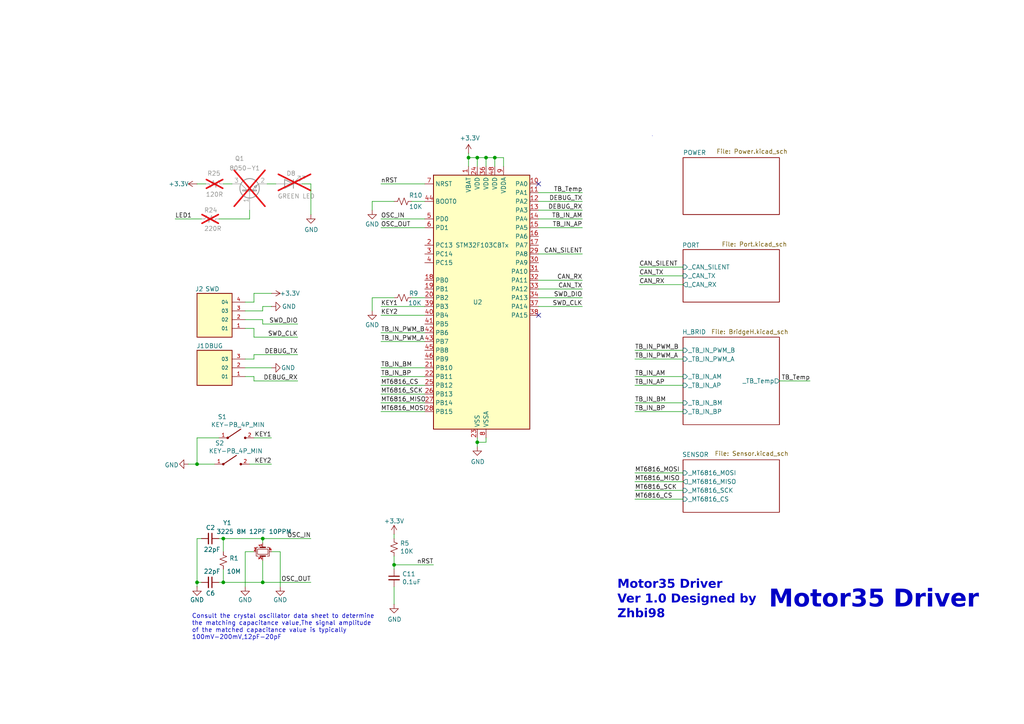
<source format=kicad_sch>
(kicad_sch (version 20231120) (generator "eeschema") (generator_version "8.0")
  (paper "A4")
  (lib_symbols
    (symbol "3rd_Connector_Generic:CONN_1x3P" (pin_names (offset 1.016))
      (property "Reference" "J" (at -8.12 6.196 0))
      (property "Value" "CONN_1x3P" (at -4.445 6.35 0))
      (symbol "CONN_1x3P_0_0"
        (rectangle (start -5.08 5.08) (end 5.08 -5.08) (stroke (width 0.254)) (fill (type background)))
        (pin passive line (at -8.89 2.54 0) (length 3.81) (name "01") (number "1"))
        (pin passive line (at -8.89 0 0) (length 3.81) (name "02") (number "2"))
        (pin passive line (at -8.89 -2.54 0) (length 3.81) (name "03") (number "3"))
      )
    )
    (symbol "3rd_Connector_Generic:CONN_1x4P" (pin_names (offset 1.016))
      (property "Reference" "J" (at 0 6.35 0))
      (property "Value" "CONN_1x4P" (at -5.08 -10.16 0))
      (symbol "CONN_1x4P_0_0"
        (rectangle (start -5.08 5.08) (end 5.08 -7.62) (stroke (width 0.254)) (fill (type background)))
        (pin passive line (at -8.89 2.54 0) (length 3.81) (name "01") (number "1"))
        (pin passive line (at -8.89 0 0) (length 3.81) (name "02") (number "2"))
        (pin passive line (at -8.89 -2.54 0) (length 3.81) (name "03") (number "3"))
        (pin passive line (at -8.89 -5.08 0) (length 3.81) (name "04") (number "4"))
      )
    )
    (symbol "3rd_Switch:KEY-PB_2P" (pin_names (offset 1.016))
      (property "Reference" "S" (at -1.27 2.54 0))
      (property "Value" "KEY-PB_2P" (at -3.8111 -3.8111 0))
      (symbol "KEY-PB_2P_0_0"
        (circle (center -2.54 0) (radius 0.2839) (fill (type outline)))
        (polyline (pts (xy -2.54 0) (xy 1.27 2.54)) (stroke (width 0.254)))
        (circle (center 2.54 0) (radius 0.2839) (fill (type outline)))
        (pin passive line (at -5.08 0 0) (length 2.54) (name "~") (number "1"))
        (pin passive line (at 5.08 0 180) (length 2.54) (name "~") (number "2"))
      )
    )
    (symbol "Device:C_Small" (pin_numbers hide) (pin_names (offset 0.254) hide)
      (property "Reference" "C" (at 0.254 1.778 0))
      (property "Value" "C_Small" (at 0.254 -2.032 0))
      (symbol "C_Small_0_1"
        (polyline (pts (xy -1.524 -0.508) (xy 1.524 -0.508)) (stroke (width 0.3302)))
        (polyline (pts (xy -1.524 0.508) (xy 1.524 0.508)) (stroke (width 0.3048)))
      )
      (symbol "C_Small_1_1"
        (pin passive line (at 0 2.54 270) (length 2.032) (name "~") (number "1"))
        (pin passive line (at 0 -2.54 90) (length 2.032) (name "~") (number "2"))
      )
    )
    (symbol "Device:Crystal_GND24_Small" (pin_names (offset 1.016) hide)
      (property "Reference" "Y" (at 1.27 4.445 0))
      (property "Value" "Crystal_GND24_Small" (at 1.27 2.54 0))
      (symbol "Crystal_GND24_Small_0_1"
        (rectangle (start -0.762 -1.524) (end 0.762 1.524))
        (polyline (pts (xy -1.27 -0.762) (xy -1.27 0.762)) (stroke (width 0.381)))
        (polyline (pts (xy 1.27 -0.762) (xy 1.27 0.762)) (stroke (width 0.381)))
        (polyline (pts (xy -1.27 -1.27) (xy -1.27 -1.905) (xy 1.27 -1.905) (xy 1.27 -1.27)))
        (polyline (pts (xy -1.27 1.27) (xy -1.27 1.905) (xy 1.27 1.905) (xy 1.27 1.27)))
      )
      (symbol "Crystal_GND24_Small_1_1"
        (pin passive line (at -2.54 0 0) (length 1.27) (name "1") (number "1"))
        (pin passive line (at 0 -2.54 90) (length 0.635) (name "2") (number "2"))
        (pin passive line (at 2.54 0 180) (length 1.27) (name "3") (number "3"))
        (pin passive line (at 0 2.54 270) (length 0.635) (name "4") (number "4"))
      )
    )
    (symbol "Device:LED" (pin_numbers hide) (pin_names (offset 1.016) hide)
      (property "Reference" "D" (at 0 2.54 0))
      (property "Value" "LED" (at 0 -2.54 0))
      (symbol "LED_0_1"
        (polyline (pts (xy -1.27 -1.27) (xy -1.27 1.27)) (stroke (width 0.254)))
        (polyline (pts (xy -1.27 0) (xy 1.27 0)))
        (polyline (pts (xy 1.27 -1.27) (xy 1.27 1.27) (xy -1.27 0) (xy 1.27 -1.27)) (stroke (width 0.254)))
        (polyline (pts (xy -3.048 -0.762) (xy -4.572 -2.286) (xy -3.81 -2.286) (xy -4.572 -2.286) (xy -4.572 -1.524)))
        (polyline (pts (xy -1.778 -0.762) (xy -3.302 -2.286) (xy -2.54 -2.286) (xy -3.302 -2.286) (xy -3.302 -1.524)))
      )
      (symbol "LED_1_1"
        (pin passive line (at -3.81 0 0) (length 2.54) (name "K") (number "1"))
        (pin passive line (at 3.81 0 180) (length 2.54) (name "A") (number "2"))
      )
    )
    (symbol "Device:Q_NPN_BEC" (pin_names (offset 0) hide)
      (property "Reference" "Q" (at 5.08 1.27 0))
      (property "Value" "Q_NPN_BEC" (at 5.08 -1.27 0))
      (symbol "Q_NPN_BEC_0_1"
        (polyline (pts (xy 0.635 0.635) (xy 2.54 2.54)))
        (polyline (pts (xy 0.635 -0.635) (xy 2.54 -2.54) (xy 2.54 -2.54)))
        (polyline (pts (xy 0.635 1.905) (xy 0.635 -1.905) (xy 0.635 -1.905)) (stroke (width 0.508)))
        (polyline (pts (xy 1.27 -1.778) (xy 1.778 -1.27) (xy 2.286 -2.286) (xy 1.27 -1.778) (xy 1.27 -1.778)) (fill (type outline)))
        (circle (center 1.27 0) (radius 2.8194) (stroke (width 0.254)))
      )
      (symbol "Q_NPN_BEC_1_1"
        (pin input line (at -5.08 0 0) (length 5.715) (name "B") (number "1"))
        (pin passive line (at 2.54 -5.08 90) (length 2.54) (name "E") (number "2"))
        (pin passive line (at 2.54 5.08 270) (length 2.54) (name "C") (number "3"))
      )
    )
    (symbol "Device:R_Small_US" (pin_numbers hide) (pin_names (offset 0.254) hide)
      (property "Reference" "R" (at 0.762 0.508 0))
      (property "Value" "R_Small_US" (at 0.762 -1.016 0))
      (symbol "R_Small_US_1_1"
        (polyline (pts (xy 0 0) (xy 1.016 -0.381) (xy 0 -0.762) (xy -1.016 -1.143) (xy 0 -1.524)))
        (polyline (pts (xy 0 1.524) (xy 1.016 1.143) (xy 0 0.762) (xy -1.016 0.381) (xy 0 0)))
        (pin passive line (at 0 2.54 270) (length 1.016) (name "~") (number "1"))
        (pin passive line (at 0 -2.54 90) (length 1.016) (name "~") (number "2"))
      )
    )
    (symbol "MCU_ST_STM32F1:STM32F103CBTx"
      (property "Reference" "U" (at -12.7 39.37 0))
      (property "Value" "STM32F103CBTx" (at 10.16 39.37 0))
      (symbol "STM32F103CBTx_0_1"
        (rectangle (start -12.7 -35.56) (end 15.24 38.1) (stroke (width 0.254)) (fill (type background)))
      )
      (symbol "STM32F103CBTx_1_1"
        (pin power_in line (at -2.54 40.64 270) (length 2.54) (name "VBAT") (number "1"))
        (pin bidirectional line (at 17.78 35.56 180) (length 2.54) (name "PA0") (number "10"))
        (pin bidirectional line (at 17.78 33.02 180) (length 2.54) (name "PA1") (number "11"))
        (pin bidirectional line (at 17.78 30.48 180) (length 2.54) (name "PA2") (number "12"))
        (pin bidirectional line (at 17.78 27.94 180) (length 2.54) (name "PA3") (number "13"))
        (pin bidirectional line (at 17.78 25.4 180) (length 2.54) (name "PA4") (number "14"))
        (pin bidirectional line (at 17.78 22.86 180) (length 2.54) (name "PA5") (number "15"))
        (pin bidirectional line (at 17.78 20.32 180) (length 2.54) (name "PA6") (number "16"))
        (pin bidirectional line (at 17.78 17.78 180) (length 2.54) (name "PA7") (number "17"))
        (pin bidirectional line (at -15.24 7.62 0) (length 2.54) (name "PB0") (number "18"))
        (pin bidirectional line (at -15.24 5.08 0) (length 2.54) (name "PB1") (number "19"))
        (pin bidirectional line (at -15.24 17.78 0) (length 2.54) (name "PC13") (number "2"))
        (pin bidirectional line (at -15.24 2.54 0) (length 2.54) (name "PB2") (number "20"))
        (pin bidirectional line (at -15.24 -17.78 0) (length 2.54) (name "PB10") (number "21"))
        (pin bidirectional line (at -15.24 -20.32 0) (length 2.54) (name "PB11") (number "22"))
        (pin power_in line (at 0 -38.1 90) (length 2.54) (name "VSS") (number "23"))
        (pin power_in line (at 0 40.64 270) (length 2.54) (name "VDD") (number "24"))
        (pin bidirectional line (at -15.24 -22.86 0) (length 2.54) (name "PB12") (number "25"))
        (pin bidirectional line (at -15.24 -25.4 0) (length 2.54) (name "PB13") (number "26"))
        (pin bidirectional line (at -15.24 -27.94 0) (length 2.54) (name "PB14") (number "27"))
        (pin bidirectional line (at -15.24 -30.48 0) (length 2.54) (name "PB15") (number "28"))
        (pin bidirectional line (at 17.78 15.24 180) (length 2.54) (name "PA8") (number "29"))
        (pin bidirectional line (at -15.24 15.24 0) (length 2.54) (name "PC14") (number "3"))
        (pin bidirectional line (at 17.78 12.7 180) (length 2.54) (name "PA9") (number "30"))
        (pin bidirectional line (at 17.78 10.16 180) (length 2.54) (name "PA10") (number "31"))
        (pin bidirectional line (at 17.78 7.62 180) (length 2.54) (name "PA11") (number "32"))
        (pin bidirectional line (at 17.78 5.08 180) (length 2.54) (name "PA12") (number "33"))
        (pin bidirectional line (at 17.78 2.54 180) (length 2.54) (name "PA13") (number "34"))
        (pin passive line (at 0 -38.1 90) (length 2.54) hide (name "VSS") (number "35"))
        (pin power_in line (at 2.54 40.64 270) (length 2.54) (name "VDD") (number "36"))
        (pin bidirectional line (at 17.78 0 180) (length 2.54) (name "PA14") (number "37"))
        (pin bidirectional line (at 17.78 -2.54 180) (length 2.54) (name "PA15") (number "38"))
        (pin bidirectional line (at -15.24 0 0) (length 2.54) (name "PB3") (number "39"))
        (pin bidirectional line (at -15.24 12.7 0) (length 2.54) (name "PC15") (number "4"))
        (pin bidirectional line (at -15.24 -2.54 0) (length 2.54) (name "PB4") (number "40"))
        (pin bidirectional line (at -15.24 -5.08 0) (length 2.54) (name "PB5") (number "41"))
        (pin bidirectional line (at -15.24 -7.62 0) (length 2.54) (name "PB6") (number "42"))
        (pin bidirectional line (at -15.24 -10.16 0) (length 2.54) (name "PB7") (number "43"))
        (pin input line (at -15.24 30.48 0) (length 2.54) (name "BOOT0") (number "44"))
        (pin bidirectional line (at -15.24 -12.7 0) (length 2.54) (name "PB8") (number "45"))
        (pin bidirectional line (at -15.24 -15.24 0) (length 2.54) (name "PB9") (number "46"))
        (pin passive line (at 0 -38.1 90) (length 2.54) hide (name "VSS") (number "47"))
        (pin power_in line (at 5.08 40.64 270) (length 2.54) (name "VDD") (number "48"))
        (pin bidirectional line (at -15.24 25.4 0) (length 2.54) (name "PD0") (number "5"))
        (pin bidirectional line (at -15.24 22.86 0) (length 2.54) (name "PD1") (number "6"))
        (pin input line (at -15.24 35.56 0) (length 2.54) (name "NRST") (number "7"))
        (pin power_in line (at 2.54 -38.1 90) (length 2.54) (name "VSSA") (number "8"))
        (pin power_in line (at 7.62 40.64 270) (length 2.54) (name "VDDA") (number "9"))
      )
    )
    (symbol "power:+3.3V" (power) (pin_numbers hide) (pin_names (offset 0) hide)
      (property "Value" "+3.3V" (at 0 3.556 0))
      (symbol "+3.3V_0_1"
        (polyline (pts (xy -0.762 1.27) (xy 0 2.54)))
        (polyline (pts (xy 0 0) (xy 0 2.54)))
        (polyline (pts (xy 0 2.54) (xy 0.762 1.27)))
      )
      (symbol "+3.3V_1_1"
        (pin power_in line (at 0 0 90) (length 0) (name "~") (number "1"))
      )
    )
    (symbol "power:GND" (power) (pin_numbers hide) (pin_names (offset 0) hide)
      (property "Value" "GND" (at 0 -3.81 0))
      (symbol "GND_0_1"
        (polyline (pts (xy 0 0) (xy 0 -1.27) (xy 1.27 -1.27) (xy 0 -2.54) (xy -1.27 -1.27) (xy 0 -1.27)))
      )
      (symbol "GND_1_1"
        (pin power_in line (at 0 0 270) (length 0) (name "~") (number "1"))
      )
    )
  )
  (junction (at 76.2 156.21))
  (junction (at 64.77 168.91))
  (junction (at 114.3 163.83))
  (junction (at 135.89 45.72))
  (junction (at 140.97 45.72))
  (junction (at 76.2 168.91))
  (junction (at 57.15 134.62))
  (junction (at 138.43 128.27))
  (junction (at 64.77 156.21))
  (junction (at 57.15 168.91))
  (junction (at 138.43 45.72))
  (junction (at 143.51 45.72))
  (no_connect (at 156.21 91.44))
  (no_connect (at 156.21 53.34))
  (wire (pts (xy 156.21 86.36) (xy 168.91 86.36)))
  (wire (pts (xy 143.51 45.72) (xy 146.05 45.72)))
  (wire (pts (xy 59.69 53.34) (xy 57.15 53.34)))
  (wire (pts (xy 62.23 134.62) (xy 57.15 134.62)))
  (wire (pts (xy 64.77 53.34) (xy 67.31 53.34)))
  (wire (pts (xy 110.49 63.5) (xy 123.19 63.5)))
  (wire (pts (xy 73.66 85.09) (xy 78.74 85.09)))
  (wire (pts (xy 72.39 134.62) (xy 78.74 134.62)))
  (wire (pts (xy 73.66 127) (xy 78.74 127)))
  (wire (pts (xy 114.3 161.29) (xy 114.3 163.83)))
  (wire (pts (xy 143.51 45.72) (xy 143.51 48.26)))
  (wire (pts (xy 81.28 160.02) (xy 78.74 160.02)))
  (wire (pts (xy 81.28 160.02) (xy 81.28 170.18)))
  (wire (pts (xy 185.42 77.47) (xy 198.12 77.47)))
  (wire (pts (xy 138.43 45.72) (xy 138.43 48.26)))
  (wire (pts (xy 72.39 63.5) (xy 72.39 60.96)))
  (wire (pts (xy 135.89 44.45) (xy 135.89 45.72)))
  (wire (pts (xy 63.5 156.21) (xy 64.77 156.21)))
  (wire (pts (xy 110.49 66.04) (xy 123.19 66.04)))
  (wire (pts (xy 168.91 63.5) (xy 156.21 63.5)))
  (wire (pts (xy 114.3 154.94) (xy 114.3 156.21)))
  (wire (pts (xy 110.49 109.22) (xy 123.19 109.22)))
  (wire (pts (xy 114.3 163.83) (xy 125.73 163.83)))
  (wire (pts (xy 71.12 90.17) (xy 76.2 90.17)))
  (wire (pts (xy 76.2 168.91) (xy 90.17 168.91)))
  (wire (pts (xy 73.66 102.87) (xy 86.36 102.87)))
  (wire (pts (xy 73.66 110.49) (xy 86.36 110.49)))
  (wire (pts (xy 198.12 119.38) (xy 184.15 119.38)))
  (wire (pts (xy 146.05 45.72) (xy 146.05 48.26)))
  (wire (pts (xy 76.2 156.21) (xy 76.2 157.48)))
  (wire (pts (xy 107.95 58.42) (xy 114.3 58.42)))
  (wire (pts (xy 76.2 93.98) (xy 76.2 92.71)))
  (wire (pts (xy 114.3 163.83) (xy 114.3 165.1)))
  (wire (pts (xy 138.43 127) (xy 138.43 128.27)))
  (wire (pts (xy 73.66 160.02) (xy 71.12 160.02)))
  (wire (pts (xy 114.3 170.18) (xy 114.3 175.26)))
  (wire (pts (xy 123.19 114.3) (xy 110.49 114.3)))
  (wire (pts (xy 123.19 116.84) (xy 110.49 116.84)))
  (wire (pts (xy 156.21 55.88) (xy 168.91 55.88)))
  (wire (pts (xy 110.49 91.44) (xy 123.19 91.44)))
  (wire (pts (xy 57.15 168.91) (xy 58.42 168.91)))
  (wire (pts (xy 184.15 139.7) (xy 198.12 139.7)))
  (wire (pts (xy 140.97 127) (xy 140.97 128.27)))
  (wire (pts (xy 73.66 109.22) (xy 73.66 110.49)))
  (polyline (pts (xy 189.23 39.37) (xy 189.23 39.37)) (stroke (width 0) (type dash)))
  (wire (pts (xy 226.06 110.49) (xy 234.95 110.49)))
  (wire (pts (xy 64.77 165.1) (xy 64.77 168.91)))
  (wire (pts (xy 185.42 80.01) (xy 198.12 80.01)))
  (wire (pts (xy 156.21 88.9) (xy 168.91 88.9)))
  (wire (pts (xy 76.2 92.71) (xy 71.12 92.71)))
  (wire (pts (xy 90.17 53.34) (xy 87.63 53.34)))
  (wire (pts (xy 168.91 83.82) (xy 156.21 83.82)))
  (wire (pts (xy 64.77 156.21) (xy 76.2 156.21)))
  (wire (pts (xy 71.12 87.63) (xy 73.66 87.63)))
  (wire (pts (xy 57.15 156.21) (xy 57.15 168.91)))
  (wire (pts (xy 184.15 142.24) (xy 198.12 142.24)))
  (wire (pts (xy 138.43 45.72) (xy 140.97 45.72)))
  (wire (pts (xy 73.66 97.79) (xy 73.66 95.25)))
  (wire (pts (xy 63.5 63.5) (xy 72.39 63.5)))
  (wire (pts (xy 73.66 97.79) (xy 86.36 97.79)))
  (wire (pts (xy 76.2 162.56) (xy 76.2 168.91)))
  (wire (pts (xy 71.12 104.14) (xy 73.66 104.14)))
  (wire (pts (xy 54.61 134.62) (xy 57.15 134.62)))
  (wire (pts (xy 63.5 127) (xy 57.15 127)))
  (wire (pts (xy 119.38 58.42) (xy 123.19 58.42)))
  (wire (pts (xy 107.95 86.36) (xy 107.95 90.17)))
  (wire (pts (xy 57.15 168.91) (xy 57.15 170.18)))
  (wire (pts (xy 58.42 156.21) (xy 57.15 156.21)))
  (wire (pts (xy 138.43 128.27) (xy 138.43 129.54)))
  (wire (pts (xy 110.49 88.9) (xy 123.19 88.9)))
  (wire (pts (xy 138.43 128.27) (xy 140.97 128.27)))
  (wire (pts (xy 110.49 96.52) (xy 123.19 96.52)))
  (wire (pts (xy 110.49 99.06) (xy 123.19 99.06)))
  (wire (pts (xy 185.42 82.55) (xy 198.12 82.55)))
  (wire (pts (xy 64.77 168.91) (xy 76.2 168.91)))
  (wire (pts (xy 119.38 86.36) (xy 123.19 86.36)))
  (wire (pts (xy 58.42 63.5) (xy 50.8 63.5)))
  (wire (pts (xy 71.12 106.68) (xy 78.74 106.68)))
  (wire (pts (xy 123.19 111.76) (xy 110.49 111.76)))
  (wire (pts (xy 77.47 53.34) (xy 80.01 53.34)))
  (wire (pts (xy 110.49 106.68) (xy 123.19 106.68)))
  (wire (pts (xy 198.12 104.14) (xy 184.15 104.14)))
  (wire (pts (xy 76.2 90.17) (xy 76.2 88.9)))
  (wire (pts (xy 107.95 86.36) (xy 114.3 86.36)))
  (wire (pts (xy 140.97 45.72) (xy 140.97 48.26)))
  (wire (pts (xy 71.12 95.25) (xy 73.66 95.25)))
  (wire (pts (xy 135.89 45.72) (xy 138.43 45.72)))
  (wire (pts (xy 71.12 160.02) (xy 71.12 170.18)))
  (wire (pts (xy 168.91 81.28) (xy 156.21 81.28)))
  (wire (pts (xy 71.12 109.22) (xy 73.66 109.22)))
  (wire (pts (xy 57.15 127) (xy 57.15 134.62)))
  (wire (pts (xy 184.15 137.16) (xy 198.12 137.16)))
  (wire (pts (xy 64.77 160.02) (xy 64.77 156.21)))
  (wire (pts (xy 168.91 66.04) (xy 156.21 66.04)))
  (wire (pts (xy 198.12 101.6) (xy 184.15 101.6)))
  (wire (pts (xy 140.97 45.72) (xy 143.51 45.72)))
  (wire (pts (xy 168.91 73.66) (xy 156.21 73.66)))
  (wire (pts (xy 73.66 87.63) (xy 73.66 85.09)))
  (wire (pts (xy 198.12 116.84) (xy 184.15 116.84)))
  (wire (pts (xy 76.2 88.9) (xy 78.74 88.9)))
  (wire (pts (xy 135.89 45.72) (xy 135.89 48.26)))
  (wire (pts (xy 76.2 93.98) (xy 86.36 93.98)))
  (wire (pts (xy 198.12 109.22) (xy 184.15 109.22)))
  (wire (pts (xy 73.66 104.14) (xy 73.66 102.87)))
  (wire (pts (xy 76.2 156.21) (xy 90.17 156.21)))
  (wire (pts (xy 90.17 53.34) (xy 90.17 62.23)))
  (wire (pts (xy 184.15 144.78) (xy 198.12 144.78)))
  (wire (pts (xy 156.21 58.42) (xy 168.91 58.42)))
  (wire (pts (xy 107.95 60.96) (xy 107.95 58.42)))
  (wire (pts (xy 110.49 53.34) (xy 123.19 53.34)))
  (wire (pts (xy 156.21 60.96) (xy 168.91 60.96)))
  (wire (pts (xy 63.5 168.91) (xy 64.77 168.91)))
  (wire (pts (xy 123.19 119.38) (xy 110.49 119.38)))
  (wire (pts (xy 198.12 111.76) (xy 184.15 111.76)))
  (text "Motor35 Driver\nVer 1.0 Designed by\nZhbi98" (at 179.07 180.34 0) (effects (font (size 2.54 2.54) (bold yes)) (justify left bottom)))
  (text "Consult the crystal oscillator data sheet to determine \nthe matching capacitance value,The signal amplitude \nof the matched capacitance value is typically \n100mV-200mV,12pF-20pF" (at 55.626 185.674 0) (effects (font (size 1.27 1.27)) (justify left bottom)))
  (text "Motor35 Driver" (at 223.012 178.308 0) (effects (font (size 5.08 5.08) (thickness 0.508) (bold yes) (italic yes)) (justify left bottom)))
  (label "KEY1" (at 110.49 88.9 0))
  (label "SWD_CLK" (at 86.36 97.79 180))
  (label "TB_IN_AP" (at 168.91 66.04 180))
  (label "DEBUG_TX" (at 86.36 102.87 180))
  (label "KEY2" (at 110.49 91.44 0))
  (label "SWD_DIO" (at 168.91 86.36 180))
  (label "TB_IN_PWM_A" (at 184.15 104.14 0))
  (label "TB_IN_PWM_B" (at 184.15 101.6 0))
  (label "DEBUG_RX" (at 86.36 110.49 180))
  (label "nRST" (at 125.73 163.83 180))
  (label "CAN_SILENT" (at 168.91 73.66 180))
  (label "OSC_OUT" (at 110.49 66.04 0))
  (label "MT6816_MISO" (at 110.49 116.84 0))
  (label "CAN_TX" (at 168.91 83.82 180))
  (label "nRST" (at 110.49 53.34 0))
  (label "OSC_OUT" (at 90.17 168.91 180))
  (label "TB_IN_BM" (at 110.49 106.68 0))
  (label "DEBUG_TX" (at 168.91 58.42 180))
  (label "CAN_RX" (at 185.42 82.55 0))
  (label "TB_IN_BM" (at 184.15 116.84 0))
  (label "CAN_SILENT" (at 185.42 77.47 0))
  (label "TB_Temp" (at 234.95 110.49 180))
  (label "KEY2" (at 78.74 134.62 180))
  (label "OSC_IN" (at 90.17 156.21 180))
  (label "LED1" (at 50.8 63.5 0))
  (label "SWD_CLK" (at 168.91 88.9 180))
  (label "MT6816_SCK" (at 184.15 142.24 0))
  (label "TB_IN_BP" (at 110.49 109.22 0))
  (label "SWD_DIO" (at 86.36 93.98 180))
  (label "TB_Temp" (at 168.91 55.88 180))
  (label "TB_IN_AM" (at 184.15 109.22 0))
  (label "MT6816_SCK" (at 110.49 114.3 0))
  (label "MT6816_MISO" (at 184.15 139.7 0))
  (label "TB_IN_PWM_B" (at 110.49 96.52 0))
  (label "MT6816_MOSI" (at 110.49 119.38 0))
  (label "MT6816_CS" (at 184.15 144.78 0))
  (label "MT6816_MOSI" (at 184.15 137.16 0))
  (label "DEBUG_RX" (at 168.91 60.96 180))
  (label "TB_IN_AP" (at 184.15 111.76 0))
  (label "CAN_RX" (at 168.91 81.28 180))
  (label "MT6816_CS" (at 110.49 111.76 0))
  (label "KEY1" (at 78.74 127 180))
  (label "TB_IN_PWM_A" (at 110.49 99.06 0))
  (label "CAN_TX" (at 185.42 80.01 0))
  (label "OSC_IN" (at 110.49 63.5 0))
  (label "TB_IN_BP" (at 184.15 119.38 0))
  (label "TB_IN_AM" (at 168.91 63.5 180))
  (symbol (lib_id "MCU_ST_STM32F1:STM32F103CBTx") (at 138.43 88.9 0) (unit 1)
    (property "Reference" "U2" (at 137.16 87.63 0) (effects (justify left)))
    (property "Value" "STM32F103CBTx" (at 132.08 71.12 0) (effects (justify left)))
    (property "Footprint" "Package_QFP:LQFP-48_7x7mm_P0.5mm" (effects (hide yes)))
    (property "Datasheet" "https://www.st.com/resource/en/datasheet/stm32f103cb.pdf" (effects (hide yes)))
    (property "Description" "STMicroelectronics Arm Cortex-M3 MCU, 128KB flash, 20KB RAM, 72 MHz, 2.0-3.6V, 37 GPIO, LQFP48" (effects (hide yes)))
  )
  (symbol (lib_id "Device:Q_NPN_BEC") (at 72.39 55.88 90) (unit 1) (in_bom no) (on_board no) (dnp yes)
    (property "Reference" "Q1" (at 70.866 45.974 90) (effects (justify left)))
    (property "Value" "8050-Y1" (at 75.438 48.768 90) (effects (justify left)))
    (property "Footprint" "Package_TO_SOT_SMD:SOT-23" (effects (hide yes)))
    (property "Description" "NPN transistor, base/emitter/collector" (effects (hide yes)))
  )
  (symbol (lib_id "Device:R_Small_US") (at 62.23 53.34 90) (mirror x) (unit 1) (in_bom no) (on_board no) (dnp yes)
    (property "Reference" "R25" (at 64.008 50.292 90) (effects (justify left)))
    (property "Value" "120R" (at 64.77 56.388 90) (effects (justify left)))
    (property "Footprint" "Resistor_SMD:R_0603_1608Metric" (effects (hide yes)))
    (property "Description" "Resistor, small US symbol" (effects (hide yes)))
  )
  (symbol (lib_id "Device:Crystal_GND24_Small") (at 76.2 160.02 270) (unit 1)
    (property "Reference" "Y1" (at 65.913 151.638 90))
    (property "Value" "3225 8M 12PF 10PPM" (at 73.66 154.178 90))
    (property "Footprint" "Crystal:Crystal_SMD_3225-4Pin_3.2x2.5mm" (effects (hide yes)))
    (property "Description" "Four pin crystal, GND on pins 2 and 4, small symbol" (effects (hide yes)))
  )
  (symbol (lib_id "Device:R_Small_US") (at 64.77 162.56 180) (unit 1)
    (property "Reference" "R1" (at 69.215 161.925 0) (effects (justify left)))
    (property "Value" "10M" (at 69.85 165.735 0) (effects (justify left)))
    (property "Footprint" "Resistor_SMD:R_0603_1608Metric" (effects (hide yes)))
    (property "Description" "Resistor, small US symbol" (effects (hide yes)))
  )
  (symbol (lib_id "power:GND") (at 107.95 90.17 0) (unit 1)
    (property "Reference" "#PWR015" (effects (hide yes)))
    (property "Value" "GND" (at 107.95 94.234 0))
    (property "Description" "Power symbol creates a global label with name \"GND\" , ground" (effects (hide yes)))
  )
  (symbol (lib_id "Device:LED") (at 83.82 53.34 180) (unit 1) (in_bom no) (on_board no) (dnp yes)
    (property "Reference" "D8" (at 83.058 50.292 0) (effects (justify right)))
    (property "Value" "GREEN LED" (at 80.518 56.896 0) (effects (justify right)))
    (property "Footprint" "LED_SMD:LED_0603_1608Metric" (effects (hide yes)))
    (property "Description" "Light emitting diode" (effects (hide yes)))
  )
  (symbol (lib_id "power:+3.3V") (at 114.3 154.94 0) (unit 1)
    (property "Reference" "#PWR012" (effects (hide yes)))
    (property "Value" "+3.3V" (at 114.3 151.13 0))
    (property "Description" "Power symbol creates a global label with name \"+3.3V\"" (effects (hide yes)))
  )
  (symbol (lib_id "power:+3.3V") (at 135.89 44.45 0) (unit 1)
    (property "Reference" "#PWR017" (effects (hide yes)))
    (property "Value" "+3.3V" (at 136.271 40.0558 0))
    (property "Description" "Power symbol creates a global label with name \"+3.3V\"" (effects (hide yes)))
  )
  (symbol (lib_id "3rd_Connector_Generic:CONN_1x4P") (at 62.23 92.71 180) (unit 1)
    (property "Reference" "J2" (at 57.785 83.82 0))
    (property "Value" "SWD" (at 61.595 83.82 0))
    (property "Footprint" "3rd_Connector_JST_SMD:CONN-SMD_1x4P-P1.0-H_WAFER-SH1.0-4PWB" (effects (hide yes)))
    (property "MANUFACTURER" "SAMTEC" (effects (hide yes)))
  )
  (symbol (lib_id "power:+3.3V") (at 78.74 85.09 270) (unit 1)
    (property "Reference" "#PWR07" (effects (hide yes)))
    (property "Value" "+3.3V" (at 84.074 85.09 90))
    (property "Description" "Power symbol creates a global label with name \"+3.3V\"" (effects (hide yes)))
  )
  (symbol (lib_id "power:GND") (at 107.95 60.96 0) (unit 1)
    (property "Reference" "#PWR016" (effects (hide yes)))
    (property "Value" "GND" (at 107.95 65.024 0))
    (property "Description" "Power symbol creates a global label with name \"GND\" , ground" (effects (hide yes)))
  )
  (symbol (lib_id "Device:R_Small_US") (at 114.3 158.75 0) (unit 1)
    (property "Reference" "R5" (at 116.0272 157.5816 0) (effects (justify left)))
    (property "Value" "10K" (at 116.0272 159.893 0) (effects (justify left)))
    (property "Footprint" "Resistor_SMD:R_0603_1608Metric" (effects (hide yes)))
    (property "Description" "Resistor, small US symbol" (effects (hide yes)))
  )
  (symbol (lib_id "power:+3.3V") (at 57.15 53.34 90) (mirror x) (unit 1)
    (property "Reference" "#PWR046" (effects (hide yes)))
    (property "Value" "+3.3V" (at 51.816 53.34 90))
    (property "Description" "Power symbol creates a global label with name \"+3.3V\"" (effects (hide yes)))
  )
  (symbol (lib_id "3rd_Connector_Generic:CONN_1x3P") (at 62.23 106.68 180) (unit 1)
    (property "Reference" "J1" (at 58.166 100.33 0))
    (property "Value" "DBUG" (at 61.976 100.33 0))
    (property "Footprint" "3rd_Connector_JST_SMD:CONN-SMD_1x3P-P1.0-H_WAFER-SH1.0-3PWB" (effects (hide yes)))
    (property "MANUFACTURER" "SAMTEC" (effects (hide yes)))
  )
  (symbol (lib_id "Device:R_Small_US") (at 116.84 86.36 270) (unit 1)
    (property "Reference" "R9" (at 118.618 85.09 90) (effects (justify left)))
    (property "Value" "10K" (at 118.364 87.884 90) (effects (justify left)))
    (property "Footprint" "Resistor_SMD:R_0603_1608Metric" (effects (hide yes)))
    (property "Description" "Resistor, small US symbol" (effects (hide yes)))
  )
  (symbol (lib_id "power:GND") (at 78.74 88.9 90) (unit 1)
    (property "Reference" "#PWR08" (effects (hide yes)))
    (property "Value" "GND" (at 83.82 88.9 90))
    (property "Description" "Power symbol creates a global label with name \"GND\" , ground" (effects (hide yes)))
  )
  (symbol (lib_id "power:GND") (at 90.17 62.23 0) (unit 1)
    (property "Reference" "#PWR053" (effects (hide yes)))
    (property "Value" "GND" (at 90.297 66.6242 0))
    (property "Description" "Power symbol creates a global label with name \"GND\" , ground" (effects (hide yes)))
  )
  (symbol (lib_id "Device:C_Small") (at 60.96 168.91 270) (unit 1)
    (property "Reference" "C6" (at 59.69 172.085 90) (effects (justify left)))
    (property "Value" "22pF" (at 59.055 165.735 90) (effects (justify left)))
    (property "Footprint" "Capacitor_SMD:C_0603_1608Metric" (effects (hide yes)))
    (property "Description" "Unpolarized capacitor, small symbol" (effects (hide yes)))
  )
  (symbol (lib_id "Device:R_Small_US") (at 116.84 58.42 270) (unit 1)
    (property "Reference" "R10" (at 118.618 56.642 90) (effects (justify left)))
    (property "Value" "10K" (at 118.618 59.944 90) (effects (justify left)))
    (property "Footprint" "Resistor_SMD:R_0603_1608Metric" (effects (hide yes)))
    (property "Description" "Resistor, small US symbol" (effects (hide yes)))
  )
  (symbol (lib_id "power:GND") (at 114.3 175.26 0) (unit 1)
    (property "Reference" "#PWR013" (effects (hide yes)))
    (property "Value" "GND" (at 114.427 179.6542 0))
    (property "Description" "Power symbol creates a global label with name \"GND\" , ground" (effects (hide yes)))
  )
  (symbol (lib_id "power:GND") (at 54.61 134.62 270) (unit 1)
    (property "Reference" "#PWR059" (effects (hide yes)))
    (property "Value" "GND" (at 49.784 134.874 90))
    (property "Description" "Power symbol creates a global label with name \"GND\" , ground" (effects (hide yes)))
  )
  (symbol (lib_id "Device:R_Small_US") (at 60.96 63.5 270) (unit 1) (in_bom no) (on_board no) (dnp yes)
    (property "Reference" "R24" (at 59.182 60.96 90) (effects (justify left)))
    (property "Value" "220R" (at 59.182 66.294 90) (effects (justify left)))
    (property "Footprint" "Resistor_SMD:R_0603_1608Metric" (effects (hide yes)))
    (property "Description" "Resistor, small US symbol" (effects (hide yes)))
  )
  (symbol (lib_id "power:GND") (at 78.74 106.68 90) (unit 1)
    (property "Reference" "#PWR09" (effects (hide yes)))
    (property "Value" "GND" (at 83.566 106.68 90))
    (property "Description" "Power symbol creates a global label with name \"GND\" , ground" (effects (hide yes)))
  )
  (symbol (lib_id "power:GND") (at 138.43 129.54 0) (unit 1)
    (property "Reference" "#PWR018" (effects (hide yes)))
    (property "Value" "GND" (at 138.557 133.9342 0))
    (property "Description" "Power symbol creates a global label with name \"GND\" , ground" (effects (hide yes)))
  )
  (symbol (lib_id "Device:C_Small") (at 60.96 156.21 270) (unit 1)
    (property "Reference" "C2" (at 59.69 153.035 90) (effects (justify left)))
    (property "Value" "22pF" (at 59.055 159.385 90) (effects (justify left)))
    (property "Footprint" "Capacitor_SMD:C_0603_1608Metric" (effects (hide yes)))
    (property "Description" "Unpolarized capacitor, small symbol" (effects (hide yes)))
  )
  (symbol (lib_id "power:GND") (at 57.15 170.18 0) (unit 1)
    (property "Reference" "#PWR05" (effects (hide yes)))
    (property "Value" "GND" (at 57.15 173.99 0))
    (property "Description" "Power symbol creates a global label with name \"GND\" , ground" (effects (hide yes)))
  )
  (symbol (lib_id "Device:C_Small") (at 114.3 167.64 0) (unit 1)
    (property "Reference" "C11" (at 116.6368 166.4716 0) (effects (justify left)))
    (property "Value" "0.1uF" (at 116.6368 168.783 0) (effects (justify left)))
    (property "Footprint" "Capacitor_SMD:C_0603_1608Metric" (effects (hide yes)))
    (property "Description" "Unpolarized capacitor, small symbol" (effects (hide yes)))
  )
  (symbol (lib_id "power:GND") (at 71.12 170.18 0) (unit 1)
    (property "Reference" "#PWR047" (effects (hide yes)))
    (property "Value" "GND" (at 71.12 173.99 0))
    (property "Description" "Power symbol creates a global label with name \"GND\" , ground" (effects (hide yes)))
  )
  (symbol (lib_id "power:GND") (at 81.28 170.18 0) (unit 1)
    (property "Reference" "#PWR055" (effects (hide yes)))
    (property "Value" "GND" (at 81.28 173.99 0))
    (property "Description" "Power symbol creates a global label with name \"GND\" , ground" (effects (hide yes)))
  )
  (symbol (lib_id "3rd_Switch:KEY-PB_2P") (at 67.31 134.62 0) (unit 1)
    (property "Reference" "S2" (at 65.024 128.524 0) (effects (justify right)))
    (property "Value" "KEY-PB_4P_MIN" (at 76.2 130.81 0) (effects (justify right)))
    (property "Footprint" "3rd_Button_Switch_SMD:KEY-SMD_2P_L4.0-W3.0-V_K2-1807SN-A3DW-06" (effects (hide yes)))
    (property "Comment" "KEY_2P_" (effects (hide yes)))
  )
  (symbol (lib_id "3rd_Switch:KEY-PB_2P") (at 68.58 127 0) (unit 1)
    (property "Reference" "S1" (at 65.786 120.904 0) (effects (justify right)))
    (property "Value" "KEY-PB_4P_MIN" (at 76.835 123.19 0) (effects (justify right)))
    (property "Footprint" "3rd_Button_Switch_SMD:KEY-SMD_2P_L4.0-W3.0-V_K2-1807SN-A3DW-06" (effects (hide yes)))
    (property "Comment" "KEY_2P_" (effects (hide yes)))
  )
  (sheet (at 198.12 72.39) (size 27.94 15.24) (stroke (width 0.1524))
    (property "Sheetname" "PORT" (at 197.866 71.882 0) (effects (justify left bottom)))
    (property "Sheetfile" "Port.kicad_sch" (at 209.296 70.104 0) (effects (justify left top)))
    (pin "_CAN_TX" input (at 198.12 80.01 180))
    (pin "_CAN_SILENT" input (at 198.12 77.47 180))
    (pin "_CAN_RX" output (at 198.12 82.55 180))
  )
  (sheet (at 198.12 45.72) (size 27.94 16.51) (stroke (width 0.1524))
    (property "Sheetname" "POWER" (at 198.12 45.0084 0) (effects (justify left bottom)))
    (property "Sheetfile" "Power.kicad_sch" (at 207.772 43.18 0) (effects (justify left top)))
  )
  (sheet (at 198.12 97.79) (size 27.94 25.4) (stroke (width 0.1524))
    (property "Sheetname" "H_BRID" (at 197.866 97.028 0) (effects (justify left bottom)))
    (property "Sheetfile" "BridgeH.kicad_sch" (at 206.248 95.504 0) (effects (justify left top)))
    (pin "_TB_IN_PWM_B" input (at 198.12 101.6 180))
    (pin "_TB_IN_PWM_A" input (at 198.12 104.14 180))
    (pin "_TB_IN_AM" input (at 198.12 109.22 180))
    (pin "_TB_IN_AP" input (at 198.12 111.76 180))
    (pin "_TB_IN_BM" input (at 198.12 116.84 180))
    (pin "_TB_IN_BP" input (at 198.12 119.38 180))
    (pin "_TB_Temp" output (at 226.06 110.49 0))
  )
  (sheet (at 198.12 133.35) (size 27.94 15.24) (stroke (width 0.1524))
    (property "Sheetname" "SENSOR" (at 197.866 132.588 0) (effects (justify left bottom)))
    (property "Sheetfile" "Sensor.kicad_sch" (at 207.264 130.81 0) (effects (justify left top)))
    (pin "_MT6816_SCK" input (at 198.12 142.24 180))
    (pin "_MT6816_MISO" output (at 198.12 139.7 180))
    (pin "_MT6816_MOSI" input (at 198.12 137.16 180))
    (pin "_MT6816_CS" input (at 198.12 144.78 180))
  )
)
</source>
